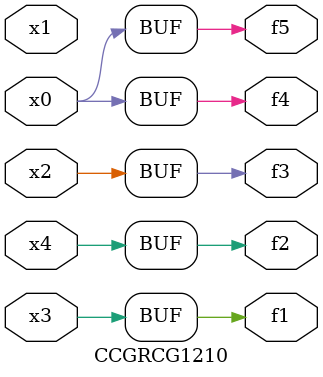
<source format=v>
module CCGRCG1210(
	input x0, x1, x2, x3, x4,
	output f1, f2, f3, f4, f5
);
	assign f1 = x3;
	assign f2 = x4;
	assign f3 = x2;
	assign f4 = x0;
	assign f5 = x0;
endmodule

</source>
